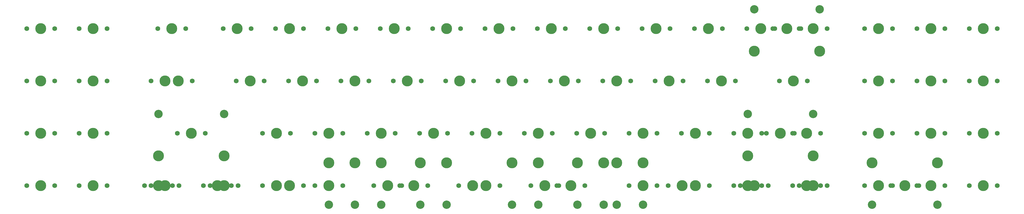
<source format=gbr>
%TF.GenerationSoftware,KiCad,Pcbnew,7.0.7*%
%TF.CreationDate,2024-06-03T22:11:20-06:00*%
%TF.ProjectId,spell,7370656c-6c2e-46b6-9963-61645f706362,rev?*%
%TF.SameCoordinates,Original*%
%TF.FileFunction,Soldermask,Top*%
%TF.FilePolarity,Negative*%
%FSLAX46Y46*%
G04 Gerber Fmt 4.6, Leading zero omitted, Abs format (unit mm)*
G04 Created by KiCad (PCBNEW 7.0.7) date 2024-06-03 22:11:20*
%MOMM*%
%LPD*%
G01*
G04 APERTURE LIST*
%ADD10C,1.750000*%
%ADD11C,3.987800*%
%ADD12C,3.048000*%
G04 APERTURE END LIST*
D10*
%TO.C,MX32*%
X284836414Y-56615000D03*
D11*
X289916414Y-56615000D03*
D10*
X294996414Y-56615000D03*
%TD*%
%TO.C,MX57*%
X80048914Y-94715000D03*
D11*
X85128914Y-94715000D03*
D10*
X90208914Y-94715000D03*
%TD*%
%TO.C,MX14*%
X299123914Y-37565000D03*
D11*
X304203914Y-37565000D03*
D10*
X309283914Y-37565000D03*
%TD*%
%TO.C,MX41*%
X141961414Y-75665000D03*
D11*
X147041414Y-75665000D03*
D10*
X152121414Y-75665000D03*
%TD*%
%TO.C,MX31*%
X265786414Y-56615000D03*
D11*
X270866414Y-56615000D03*
D10*
X275946414Y-56615000D03*
%TD*%
%TO.C,MX29*%
X227686414Y-56615000D03*
D11*
X232766414Y-56615000D03*
D10*
X237846414Y-56615000D03*
%TD*%
%TO.C,MX26*%
X170536414Y-56615000D03*
D11*
X175616414Y-56615000D03*
D10*
X180696414Y-56615000D03*
%TD*%
%TO.C,MX25*%
X151486414Y-56615000D03*
D11*
X156566414Y-56615000D03*
D10*
X161646414Y-56615000D03*
%TD*%
%TO.C,MX64*%
X351511414Y-94715000D03*
D11*
X356591414Y-94715000D03*
D10*
X361671414Y-94715000D03*
%TD*%
%TO.C,MX58*%
X101480164Y-94715000D03*
D11*
X106560164Y-94715000D03*
D10*
X111640164Y-94715000D03*
%TD*%
%TO.C,MX10*%
X222923914Y-37565000D03*
D11*
X228003914Y-37565000D03*
D10*
X233083914Y-37565000D03*
%TD*%
D12*
%TO.C,S2*%
X368497664Y-101700000D03*
D11*
X368497664Y-86460000D03*
D12*
X344685164Y-101700000D03*
D11*
X344685164Y-86460000D03*
%TD*%
D10*
%TO.C,MX19*%
X380086414Y-37565000D03*
D11*
X385166414Y-37565000D03*
D10*
X390246414Y-37565000D03*
%TD*%
%TO.C,MX7*%
X165773914Y-37565000D03*
D11*
X170853914Y-37565000D03*
D10*
X175933914Y-37565000D03*
%TD*%
%TO.C,MX70*%
X82430164Y-94715000D03*
D11*
X87510164Y-94715000D03*
D10*
X92590164Y-94715000D03*
%TD*%
%TO.C,MX55*%
X37186414Y-94715000D03*
D11*
X42266414Y-94715000D03*
D10*
X47346414Y-94715000D03*
%TD*%
%TO.C,MX36*%
X380086414Y-56615000D03*
D11*
X385166414Y-56615000D03*
D10*
X390246414Y-56615000D03*
%TD*%
%TO.C,MX42*%
X161011414Y-75665000D03*
D11*
X166091414Y-75665000D03*
D10*
X171171414Y-75665000D03*
%TD*%
%TO.C,MX13*%
X280073914Y-37565000D03*
D11*
X285153914Y-37565000D03*
D10*
X290233914Y-37565000D03*
%TD*%
%TO.C,MX77*%
X256261414Y-94715000D03*
D11*
X261341414Y-94715000D03*
D10*
X266421414Y-94715000D03*
%TD*%
%TO.C,MX52*%
X341986414Y-75665000D03*
D11*
X347066414Y-75665000D03*
D10*
X352146414Y-75665000D03*
%TD*%
%TO.C,MX40*%
X122911414Y-75665000D03*
D11*
X127991414Y-75665000D03*
D10*
X133071414Y-75665000D03*
%TD*%
D12*
%TO.C,S10*%
X251816414Y-101700000D03*
D11*
X251816414Y-86460000D03*
D12*
X156566414Y-101700000D03*
D11*
X156566414Y-86460000D03*
%TD*%
D10*
%TO.C,MX28*%
X208636414Y-56615000D03*
D11*
X213716414Y-56615000D03*
D10*
X218796414Y-56615000D03*
%TD*%
%TO.C,MX76*%
X220542664Y-94715000D03*
D11*
X225622664Y-94715000D03*
D10*
X230702664Y-94715000D03*
%TD*%
%TO.C,MX11*%
X241973914Y-37565000D03*
D11*
X247053914Y-37565000D03*
D10*
X252133914Y-37565000D03*
%TD*%
%TO.C,MX21*%
X56236414Y-56615000D03*
D11*
X61316414Y-56615000D03*
D10*
X66396414Y-56615000D03*
%TD*%
%TO.C,MX27*%
X189586414Y-56615000D03*
D11*
X194666414Y-56615000D03*
D10*
X199746414Y-56615000D03*
%TD*%
D12*
%TO.C,S3*%
X299441414Y-68680000D03*
D11*
X299441414Y-83920000D03*
D12*
X323253914Y-68680000D03*
D11*
X323253914Y-83920000D03*
%TD*%
D10*
%TO.C,MX46*%
X237211414Y-75665000D03*
D11*
X242291414Y-75665000D03*
D10*
X247371414Y-75665000D03*
%TD*%
%TO.C,MX9*%
X203873914Y-37565000D03*
D11*
X208953914Y-37565000D03*
D10*
X214033914Y-37565000D03*
%TD*%
%TO.C,MX2*%
X56236414Y-37565000D03*
D11*
X61316414Y-37565000D03*
D10*
X66396414Y-37565000D03*
%TD*%
%TO.C,MX71*%
X103861414Y-94715000D03*
D11*
X108941414Y-94715000D03*
D10*
X114021414Y-94715000D03*
%TD*%
%TO.C,MX61*%
X296742664Y-94715000D03*
D11*
X301822664Y-94715000D03*
D10*
X306902664Y-94715000D03*
%TD*%
%TO.C,MX37*%
X37186414Y-75665000D03*
D11*
X42266414Y-75665000D03*
D10*
X47346414Y-75665000D03*
%TD*%
%TO.C,MX67*%
X270548914Y-94715000D03*
D11*
X275628914Y-94715000D03*
D10*
X280708914Y-94715000D03*
%TD*%
%TO.C,MX17*%
X341986414Y-37565000D03*
D11*
X347066414Y-37565000D03*
D10*
X352146414Y-37565000D03*
%TD*%
%TO.C,MX63*%
X341986414Y-94715000D03*
D11*
X347066414Y-94715000D03*
D10*
X352146414Y-94715000D03*
%TD*%
%TO.C,MX12*%
X261023914Y-37565000D03*
D11*
X266103914Y-37565000D03*
D10*
X271183914Y-37565000D03*
%TD*%
%TO.C,MX56*%
X56236414Y-94715000D03*
D11*
X61316414Y-94715000D03*
D10*
X66396414Y-94715000D03*
%TD*%
%TO.C,MX68*%
X294361414Y-94715000D03*
D11*
X299441414Y-94715000D03*
D10*
X304521414Y-94715000D03*
%TD*%
%TO.C,MX20*%
X37186414Y-56615000D03*
D11*
X42266414Y-56615000D03*
D10*
X47346414Y-56615000D03*
%TD*%
%TO.C,MX35*%
X361036414Y-56615000D03*
D11*
X366116414Y-56615000D03*
D10*
X371196414Y-56615000D03*
%TD*%
%TO.C,MX73*%
X141961414Y-94715000D03*
D11*
X147041414Y-94715000D03*
D10*
X152121414Y-94715000D03*
%TD*%
%TO.C,MX34*%
X341986414Y-56615000D03*
D11*
X347066414Y-56615000D03*
D10*
X352146414Y-56615000D03*
%TD*%
%TO.C,MX15*%
X308648914Y-37565000D03*
D11*
X313728914Y-37565000D03*
D10*
X318808914Y-37565000D03*
%TD*%
D12*
%TO.C,S9*%
X261341414Y-101700000D03*
D11*
X261341414Y-86460000D03*
D12*
X147041414Y-101700000D03*
D11*
X147041414Y-86460000D03*
%TD*%
D10*
%TO.C,MX53*%
X361036414Y-75665000D03*
D11*
X366116414Y-75665000D03*
D10*
X371196414Y-75665000D03*
%TD*%
%TO.C,MX60*%
X275311414Y-94715000D03*
D11*
X280391414Y-94715000D03*
D10*
X285471414Y-94715000D03*
%TD*%
%TO.C,MX78*%
X163392664Y-94715000D03*
D11*
X168472664Y-94715000D03*
D10*
X173552664Y-94715000D03*
%TD*%
D12*
%TO.C,S7*%
X85128914Y-68680000D03*
D11*
X85128914Y-83920000D03*
D12*
X108941414Y-68680000D03*
D11*
X108941414Y-83920000D03*
%TD*%
D10*
%TO.C,MX62*%
X318173914Y-94715000D03*
D11*
X323253914Y-94715000D03*
D10*
X328333914Y-94715000D03*
%TD*%
%TO.C,MX23*%
X113386414Y-56615000D03*
D11*
X118466414Y-56615000D03*
D10*
X123546414Y-56615000D03*
%TD*%
D12*
%TO.C,S5*%
X247053914Y-101700000D03*
D11*
X247053914Y-86460000D03*
D12*
X223241414Y-101700000D03*
D11*
X223241414Y-86460000D03*
%TD*%
D10*
%TO.C,MX72*%
X127673914Y-94715000D03*
D11*
X132753914Y-94715000D03*
D10*
X137833914Y-94715000D03*
%TD*%
%TO.C,MX45*%
X218161414Y-75665000D03*
D11*
X223241414Y-75665000D03*
D10*
X228321414Y-75665000D03*
%TD*%
%TO.C,MX43*%
X180061414Y-75665000D03*
D11*
X185141414Y-75665000D03*
D10*
X190221414Y-75665000D03*
%TD*%
%TO.C,MX47*%
X256261414Y-75665000D03*
D11*
X261341414Y-75665000D03*
D10*
X266421414Y-75665000D03*
%TD*%
%TO.C,MX54*%
X380086414Y-75665000D03*
D11*
X385166414Y-75665000D03*
D10*
X390246414Y-75665000D03*
%TD*%
%TO.C,MX75*%
X199111414Y-94715000D03*
D11*
X204191414Y-94715000D03*
D10*
X209271414Y-94715000D03*
%TD*%
D12*
%TO.C,S1*%
X301822664Y-30580000D03*
D11*
X301822664Y-45820000D03*
D12*
X325635164Y-30580000D03*
D11*
X325635164Y-45820000D03*
%TD*%
D10*
%TO.C,MX8*%
X184823914Y-37565000D03*
D11*
X189903914Y-37565000D03*
D10*
X194983914Y-37565000D03*
%TD*%
D12*
%TO.C,S11*%
X189903914Y-101700000D03*
D11*
X189903914Y-86460000D03*
D12*
X166091414Y-101700000D03*
D11*
X166091414Y-86460000D03*
%TD*%
D10*
%TO.C,MX44*%
X199111414Y-75665000D03*
D11*
X204191414Y-75665000D03*
D10*
X209271414Y-75665000D03*
%TD*%
D12*
%TO.C,S8*%
X237528914Y-101700000D03*
D11*
X237528914Y-86460000D03*
D12*
X213716414Y-101700000D03*
D11*
X213716414Y-86460000D03*
%TD*%
D10*
%TO.C,MX81*%
X82430164Y-56615000D03*
D11*
X87510164Y-56615000D03*
D10*
X92590164Y-56615000D03*
%TD*%
%TO.C,MX39*%
X91955164Y-75665000D03*
D11*
X97035164Y-75665000D03*
D10*
X102115164Y-75665000D03*
%TD*%
%TO.C,MX65*%
X361036414Y-94715000D03*
D11*
X366116414Y-94715000D03*
D10*
X371196414Y-94715000D03*
%TD*%
%TO.C,MX4*%
X108623914Y-37565000D03*
D11*
X113703914Y-37565000D03*
D10*
X118783914Y-37565000D03*
%TD*%
%TO.C,MX38*%
X56236414Y-75665000D03*
D11*
X61316414Y-75665000D03*
D10*
X66396414Y-75665000D03*
%TD*%
D12*
%TO.C,S12*%
X180378914Y-101700000D03*
D11*
X180378914Y-86460000D03*
D12*
X156566414Y-101700000D03*
D11*
X156566414Y-86460000D03*
%TD*%
D10*
%TO.C,MX48*%
X275311414Y-75665000D03*
D11*
X280391414Y-75665000D03*
D10*
X285471414Y-75665000D03*
%TD*%
%TO.C,MX5*%
X127673914Y-37565000D03*
D11*
X132753914Y-37565000D03*
D10*
X137833914Y-37565000D03*
%TD*%
%TO.C,MX66*%
X380086414Y-94715000D03*
D11*
X385166414Y-94715000D03*
D10*
X390246414Y-94715000D03*
%TD*%
%TO.C,MX6*%
X146723914Y-37565000D03*
D11*
X151803914Y-37565000D03*
D10*
X156883914Y-37565000D03*
%TD*%
%TO.C,MX74*%
X172917664Y-94715000D03*
D11*
X177997664Y-94715000D03*
D10*
X183077664Y-94715000D03*
%TD*%
%TO.C,MX16*%
X318173914Y-37565000D03*
D11*
X323253914Y-37565000D03*
D10*
X328333914Y-37565000D03*
%TD*%
%TO.C,MX22*%
X87192664Y-56615000D03*
D11*
X92272664Y-56615000D03*
D10*
X97352664Y-56615000D03*
%TD*%
%TO.C,MX59*%
X122911414Y-94715000D03*
D11*
X127991414Y-94715000D03*
D10*
X133071414Y-94715000D03*
%TD*%
%TO.C,MX30*%
X246736414Y-56615000D03*
D11*
X251816414Y-56615000D03*
D10*
X256896414Y-56615000D03*
%TD*%
%TO.C,MX18*%
X361036414Y-37565000D03*
D11*
X366116414Y-37565000D03*
D10*
X371196414Y-37565000D03*
%TD*%
%TO.C,MX79*%
X194348914Y-94715000D03*
D11*
X199428914Y-94715000D03*
D10*
X204508914Y-94715000D03*
%TD*%
%TO.C,MX50*%
X315792664Y-75665000D03*
D11*
X320872664Y-75665000D03*
D10*
X325952664Y-75665000D03*
%TD*%
%TO.C,MX51*%
X306267664Y-75665000D03*
D11*
X311347664Y-75665000D03*
D10*
X316427664Y-75665000D03*
%TD*%
%TO.C,MX80*%
X230067664Y-94715000D03*
D11*
X235147664Y-94715000D03*
D10*
X240227664Y-94715000D03*
%TD*%
%TO.C,MX33*%
X311030164Y-56615000D03*
D11*
X316110164Y-56615000D03*
D10*
X321190164Y-56615000D03*
%TD*%
%TO.C,MX1*%
X37186414Y-37565000D03*
D11*
X42266414Y-37565000D03*
D10*
X47346414Y-37565000D03*
%TD*%
%TO.C,MX3*%
X84811414Y-37565000D03*
D11*
X89891414Y-37565000D03*
D10*
X94971414Y-37565000D03*
%TD*%
%TO.C,MX24*%
X132436414Y-56615000D03*
D11*
X137516414Y-56615000D03*
D10*
X142596414Y-56615000D03*
%TD*%
%TO.C,MX69*%
X315792664Y-94715000D03*
D11*
X320872664Y-94715000D03*
D10*
X325952664Y-94715000D03*
%TD*%
%TO.C,MX49*%
X294361414Y-75665000D03*
D11*
X299441414Y-75665000D03*
D10*
X304521414Y-75665000D03*
%TD*%
M02*

</source>
